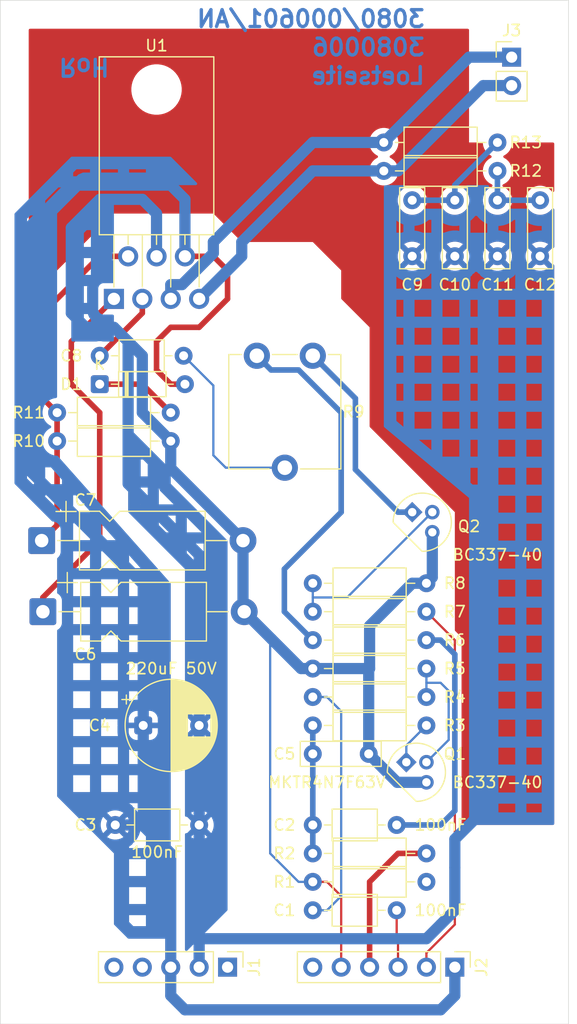
<source format=kicad_pcb>
(kicad_pcb (version 20241229) (generator "pcbnew") (generator_version "9.0")
  (layers (0 "F.Cu" signal) (2 "B.Cu" signal) (13 "F.Paste" user) (15 "B.Paste" user) (5 "F.SilkS" user "F.Silkscreen") (7 "B.SilkS" user "B.Silkscreen") (1 "F.Mask" user) (3 "B.Mask" user) (25 "Edge.Cuts" user))
  (net 0 "")
  (net 2 "GND")
  (net 3 "KNACK")
  (net 4 "ALARM")
  (net 5 "+12VA")
  (net 6 "+5VA")
  (net 7 "SOUND")
  (net 8 "Net-(C10-Pad1)")
  (net 9 "Net-(C11-Pad1)")
  (net 10 "Net-(J3-Pin_2)")
  (net 11 "Net-(J3-Pin_1)")
  (net 12 "Net-(C2-Pad2)")
  (net 13 "Net-(C1-Pad2)")
  (net 14 "Net-(C2-Pad1)")
  (net 15 "Net-(Q1-B)")
  (net 16 "Net-(Q1-C)")
  (net 17 "Net-(Q2-B)")
  (net 18 "Net-(C8-Pad1)")
  (net 19 "Net-(Q2-C)")
  (net 20 "Net-(R6-Pad2)")
  (net 24 "Net-(U1-INPUT)")
  (net 25 "Net-(U1-FEEDBACK)")
  (net 26 "Net-(U1-SVR_AND_STAND-BY)")
  (net 27 "Net-(D1-K)")
  (footprint "Capacitor_THT:C_Axial_L3.8mm_D2.6mm_P7.50mm_Horizontal" (layer "F.Cu") (at 114.18 100.33 180)
    (property "Reference" "C8" (at 10.04 0 0) (layer "F.SilkS"))
    (property "Value" "100nF")
    (pad "1" thru_hole circle (at 0 0 180) (size 1.6 1.6) (drill 0.8) (layers "*.Cu" "*.Mask") (net 18 "Net-(C8-Pad1)"))
    (pad "2" thru_hole circle (at 7.5 0 180) (size 1.6 1.6) (drill 0.8) (layers "*.Cu" "*.Mask") (net 24 "Net-(U1-INPUT)"))
  )
  (footprint "Resistor_THT:R_Axial_DIN0207_L6.3mm_D2.5mm_P10.16mm_Horizontal" (layer "F.Cu") (at 113.03 107.95 180)
    (property "Reference" "R10" (at 12.7 0 0) (layer "F.SilkS"))
    (property "Value" "47k")
    (pad "1" thru_hole circle (at 0 0 180) (size 1.6 1.6) (drill 0.8) (layers "*.Cu" "*.Mask") (net 2 "GND"))
    (pad "2" thru_hole circle (at 10.16 0 180) (size 1.6 1.6) (drill 0.8) (layers "*.Cu" "*.Mask") (net 26 "Net-(U1-SVR_AND_STAND-BY)"))
  )
  (footprint "Resistor_THT:R_Axial_DIN0207_L6.3mm_D2.5mm_P10.16mm_Horizontal" (layer "F.Cu") (at 135.89 120.65 180)
    (property "Reference" "R8" (at -2.54 0 0) (layer "F.SilkS"))
    (property "Value" "47k")
    (pad "1" thru_hole circle (at 0 0 180) (size 1.6 1.6) (drill 0.8) (layers "*.Cu" "*.Mask") (net 2 "GND"))
    (pad "2" thru_hole circle (at 10.16 0 180) (size 1.6 1.6) (drill 0.8) (layers "*.Cu" "*.Mask") (net 17 "Net-(Q2-B)"))
  )
  (footprint "Capacitor_THT:C_Axial_L3.8mm_D2.6mm_P7.50mm_Horizontal" (layer "F.Cu") (at 108.07 142.24)
    (property "Reference" "C3" (at -2.66 0 0) (layer "F.SilkS"))
    (property "Value" "100nF" (at 3.75 2.42 0) (layer "F.SilkS"))
    (pad "1" thru_hole circle (at 0 0) (size 1.6 1.6) (drill 0.8) (layers "*.Cu" "*.Mask") (net 5 "+12VA"))
    (pad "2" thru_hole circle (at 7.5 0) (size 1.6 1.6) (drill 0.8) (layers "*.Cu" "*.Mask") (net 2 "GND"))
  )
  (footprint "Resistor_THT:R_Axial_DIN0207_L6.3mm_D2.5mm_P10.16mm_Horizontal" (layer "F.Cu") (at 135.89 147.32 180)
    (property "Reference" "R1" (at 12.7 0 0) (layer "F.SilkS"))
    (property "Value" "470")
    (pad "1" thru_hole circle (at 0 0 180) (size 1.6 1.6) (drill 0.8) (layers "*.Cu" "*.Mask"))
    (pad "2" thru_hole circle (at 10.16 0 180) (size 1.6 1.6) (drill 0.8) (layers "*.Cu" "*.Mask") (net 2 "GND"))
  )
  (footprint "Capacitor_THT:C_Rect_L7.0mm_W2.0mm_P5.00mm" (layer "F.Cu") (at 142.24 86.44 -90)
    (property "Reference" "C11" (at 7.54 0 180) (layer "F.SilkS"))
    (property "Value" "MKTR100NF63V")
    (pad "1" thru_hole circle (at 0 0 270) (size 1.6 1.6) (drill 0.8) (layers "*.Cu" "*.Mask") (net 9 "Net-(C11-Pad1)"))
    (pad "2" thru_hole circle (at 5 0 270) (size 1.6 1.6) (drill 0.8) (layers "*.Cu" "*.Mask") (net 2 "GND"))
  )
  (footprint "Package_TO_SOT_THT:TO-220-7_P2.54x3.8mm_StaggerOdd_Lead5.85mm_TabDown" (layer "F.Cu") (at 107.95 95.25)
    (property "Reference" "U1" (at 3.81 -22.62 0) (layer "F.SilkS"))
    (property "Value" "~")
    (pad "" np_thru_hole oval (at 3.81 -18.7) (size 3.5 3.5) (drill 3.5) (layers "*.Cu" "*.Mask"))
    (pad "1" thru_hole rect (at 0 0) (size 1.8 1.8) (drill 1.1) (layers "*.Cu" "*.Mask") (net 25 "Net-(U1-FEEDBACK)"))
    (pad "2" thru_hole oval (at 1.27 -3.8) (size 1.8 1.8) (drill 1.1) (layers "*.Cu" "*.Mask") (net 26 "Net-(U1-SVR_AND_STAND-BY)"))
    (pad "3" thru_hole oval (at 2.54 0) (size 1.8 1.8) (drill 1.1) (layers "*.Cu" "*.Mask") (net 24 "Net-(U1-INPUT)"))
    (pad "4" thru_hole oval (at 3.81 -3.8) (size 1.8 1.8) (drill 1.1) (layers "*.Cu" "*.Mask") (net 2 "GND"))
    (pad "5" thru_hole oval (at 5.08 0) (size 1.8 1.8) (drill 1.1) (layers "*.Cu" "*.Mask") (net 11 "Net-(J3-Pin_1)"))
    (pad "6" thru_hole oval (at 6.35 -3.8) (size 1.8 1.8) (drill 1.1) (layers "*.Cu" "*.Mask") (net 5 "+12VA"))
    (pad "7" thru_hole oval (at 7.62 0) (size 1.8 1.8) (drill 1.1) (layers "*.Cu" "*.Mask") (net 10 "Net-(J3-Pin_2)"))
  )
  (footprint "Resistor_THT:R_Axial_DIN0207_L6.3mm_D2.5mm_P10.16mm_Horizontal" (layer "F.Cu") (at 113.03 105.41 180)
    (property "Reference" "R11" (at 12.7 0 0) (layer "F.SilkS"))
    (property "Value" "47k")
    (pad "1" thru_hole circle (at 0 0 180) (size 1.6 1.6) (drill 0.8) (layers "*.Cu" "*.Mask") (net 27 "Net-(D1-K)"))
    (pad "2" thru_hole circle (at 10.16 0 180) (size 1.6 1.6) (drill 0.8) (layers "*.Cu" "*.Mask") (net 26 "Net-(U1-SVR_AND_STAND-BY)"))
  )
  (footprint "Package_TO_SOT_THT:TO-92" (layer "F.Cu") (at 134.62 114.3 -45)
    (property "Reference" "Q2" (at 4.490128 -2.694077 0) (layer "F.SilkS"))
    (property "Value" "BC337-40" (at 8.082231 -2.694077 0) (layer "F.SilkS"))
    (pad "1" thru_hole rect (at 0 0 315) (size 1.3 1.3) (drill 0.75) (layers "*.Cu" "*.Mask") (net 19 "Net-(Q2-C)"))
    (pad "2" thru_hole circle (at 1.27 -1.27 315) (size 1.3 1.3) (drill 0.75) (layers "*.Cu" "*.Mask") (net 17 "Net-(Q2-B)"))
    (pad "3" thru_hole circle (at 2.54 0 315) (size 1.3 1.3) (drill 0.75) (layers "*.Cu" "*.Mask") (net 2 "GND"))
  )
  (footprint "Diode_THT:D_DO-35_SOD27_P7.62mm_Horizontal" (layer "F.Cu") (at 106.68 102.87)
    (property "Reference" "D1" (at -2.54 0 0) (layer "F.SilkS"))
    (property "Value" "1N4148")
    (fp_text user "K" (at 0 -1.8 0) (layer "F.SilkS"))
    (pad "1" thru_hole roundrect (at 0 0) (size 1.6 1.6) (drill 0.8) (layers "*.Cu" "*.Mask") (roundrect_rratio 0.15625) (net 27 "Net-(D1-K)"))
    (pad "2" thru_hole circle (at 7.62 0) (size 1.6 1.6) (drill 0.8) (layers "*.Cu" "*.Mask") (net 5 "+12VA"))
  )
  (footprint "Resistor_THT:R_Axial_DIN0207_L6.3mm_D2.5mm_P10.16mm_Horizontal" (layer "F.Cu") (at 132.08 81.28)
    (property "Reference" "R13" (at 12.7 0 0) (layer "F.SilkS"))
    (property "Value" "220")
    (pad "1" thru_hole circle (at 0 0) (size 1.6 1.6) (drill 0.8) (layers "*.Cu" "*.Mask") (net 11 "Net-(J3-Pin_1)"))
    (pad "2" thru_hole circle (at 10.16 0) (size 1.6 1.6) (drill 0.8) (layers "*.Cu" "*.Mask") (net 8 "Net-(C10-Pad1)"))
  )
  (footprint "MountingHole:MountingHole_4.3mm_M4" (layer "F.Cu") (at 123.19 93.98)
    (property "Reference" "H3" (hide yes))
    (property "Value" "MountingHole" (hide yes))
    (pad "" np_thru_hole circle (at 0 0) (size 4.3 4.3) (drill 4.3) (layers "*.Cu" "*.Mask"))
  )
  (footprint "Capacitor_THT:CP_Radial_D8.0mm_P5.00mm" (layer "F.Cu") (at 110.57 133.35)
    (property "Reference" "C4" (at -3.89 0 0) (layer "F.SilkS"))
    (property "Value" "220uF 50V" (at 2.5 -5.08 0) (layer "F.SilkS"))
    (pad "1" thru_hole roundrect (at 0 0) (size 1.6 1.6) (drill 0.8) (layers "*.Cu" "*.Mask") (roundrect_rratio 0.15625) (net 5 "+12VA"))
    (pad "2" thru_hole circle (at 5 0) (size 1.6 1.6) (drill 0.8) (layers "*.Cu" "*.Mask") (net 2 "GND"))
  )
  (footprint "Resistor_THT:R_Axial_DIN0207_L6.3mm_D2.5mm_P10.16mm_Horizontal" (layer "F.Cu") (at 135.89 133.35 180)
    (property "Reference" "R3" (at -2.54 0 0) (layer "F.SilkS"))
    (property "Value" "47k")
    (pad "1" thru_hole circle (at 0 0 180) (size 1.6 1.6) (drill 0.8) (layers "*.Cu" "*.Mask") (net 16 "Net-(Q1-C)"))
    (pad "2" thru_hole circle (at 10.16 0 180) (size 1.6 1.6) (drill 0.8) (layers "*.Cu" "*.Mask") (net 12 "Net-(C2-Pad2)"))
  )
  (footprint "Capacitor_THT:C_Axial_L3.8mm_D2.6mm_P7.50mm_Horizontal" (layer "F.Cu") (at 133.23 149.86 180)
    (property "Reference" "C1" (at 10.04 0 0) (layer "F.SilkS"))
    (property "Value" "100nF" (at -3.93 0 0) (layer "F.SilkS"))
    (pad "1" thru_hole circle (at 0 0 180) (size 1.6 1.6) (drill 0.8) (layers "*.Cu" "*.Mask") (net 3 "KNACK"))
    (pad "2" thru_hole circle (at 7.5 0 180) (size 1.6 1.6) (drill 0.8) (layers "*.Cu" "*.Mask") (net 13 "Net-(C1-Pad2)"))
  )
  (footprint "Capacitor_THT:CP_Axial_L11.0mm_D5.0mm_P18.00mm_Horizontal" (layer "F.Cu") (at 101.6 123.19)
    (property "Reference" "C6" (at 3.81 3.81 0) (layer "F.SilkS"))
    (property "Value" "C_Polarized")
    (pad "1" thru_hole roundrect (at 0 0) (size 2.4 2.4) (drill 1.2) (layers "*.Cu" "*.Mask") (roundrect_rratio 0.104167) (net 25 "Net-(U1-FEEDBACK)"))
    (pad "2" thru_hole circle (at 18 0) (size 2.4 2.4) (drill 1.2) (layers "*.Cu" "*.Mask") (net 2 "GND"))
  )
  (footprint "Capacitor_THT:C_Axial_L3.8mm_D2.6mm_P7.50mm_Horizontal" (layer "F.Cu") (at 133.23 142.24 180)
    (property "Reference" "C2" (at 10.04 0 0) (layer "F.SilkS"))
    (property "Value" "100nF" (at -3.93 0 0) (layer "F.SilkS"))
    (pad "1" thru_hole circle (at 0 0 180) (size 1.6 1.6) (drill 0.8) (layers "*.Cu" "*.Mask") (net 14 "Net-(C2-Pad1)"))
    (pad "2" thru_hole circle (at 7.5 0 180) (size 1.6 1.6) (drill 0.8) (layers "*.Cu" "*.Mask") (net 12 "Net-(C2-Pad2)"))
  )
  (footprint "Resistor_THT:R_Axial_DIN0207_L6.3mm_D2.5mm_P10.16mm_Horizontal" (layer "F.Cu") (at 135.89 144.78 180)
    (property "Reference" "R2" (at 12.7 0 0) (layer "F.SilkS"))
    (property "Value" "10k")
    (pad "1" thru_hole circle (at 0 0 180) (size 1.6 1.6) (drill 0.8) (layers "*.Cu" "*.Mask") (net 7 "SOUND"))
    (pad "2" thru_hole circle (at 10.16 0 180) (size 1.6 1.6) (drill 0.8) (layers "*.Cu" "*.Mask") (net 12 "Net-(C2-Pad2)"))
  )
  (footprint "Potentiometer_THT:Potentiometer_ACP_CA9-V10_Vertical" (layer "F.Cu") (at 120.73 100.33 -90)
    (property "Reference" "R9" (at 5 -8.65 180) (layer "F.SilkS"))
    (property "Value" "R_Potentiometer")
    (pad "1" thru_hole circle (at 0 0 270) (size 2.34 2.34) (drill 1.3) (layers "*.Cu" "*.Mask") (net 20 "Net-(R6-Pad2)"))
    (pad "2" thru_hole circle (at 10 -2.5 270) (size 2.34 2.34) (drill 1.3) (layers "*.Cu" "*.Mask") (net 18 "Net-(C8-Pad1)"))
    (pad "3" thru_hole circle (at 0 -5 270) (size 2.34 2.34) (drill 1.3) (layers "*.Cu" "*.Mask") (net 19 "Net-(Q2-C)"))
  )
  (footprint "Capacitor_THT:C_Rect_L7.0mm_W2.0mm_P5.00mm" (layer "F.Cu") (at 125.73 135.89)
    (property "Reference" "C5" (at -2.54 0 0) (layer "F.SilkS"))
    (property "Value" "MKTR4N7F63V" (at 1.27 2.54 0) (layer "F.SilkS"))
    (pad "1" thru_hole circle (at 0 0) (size 1.6 1.6) (drill 0.8) (layers "*.Cu" "*.Mask") (net 12 "Net-(C2-Pad2)"))
    (pad "2" thru_hole circle (at 5 0) (size 1.6 1.6) (drill 0.8) (layers "*.Cu" "*.Mask") (net 2 "GND"))
  )
  (footprint "Package_TO_SOT_THT:TO-92" (layer "F.Cu") (at 134.093949 136.633949 -45)
    (property "Reference" "Q1" (at 2.54 -3.592102 0) (layer "F.SilkS"))
    (property "Value" "BC337-40" (at 7.030128 -4.490128 0) (layer "F.SilkS"))
    (pad "1" thru_hole rect (at 0 0 315) (size 1.3 1.3) (drill 0.75) (layers "*.Cu" "*.Mask") (net 16 "Net-(Q1-C)"))
    (pad "2" thru_hole circle (at 1.27 -1.27 315) (size 1.3 1.3) (drill 0.75) (layers "*.Cu" "*.Mask") (net 15 "Net-(Q1-B)"))
    (pad "3" thru_hole circle (at 2.54 0 315) (size 1.3 1.3) (drill 0.75) (layers "*.Cu" "*.Mask") (net 2 "GND"))
  )
  (footprint "Resistor_THT:R_Axial_DIN0207_L6.3mm_D2.5mm_P10.16mm_Horizontal" (layer "F.Cu") (at 135.89 130.81 180)
    (property "Reference" "R4" (at -2.54 0 0) (layer "F.SilkS"))
    (property "Value" "470")
    (pad "1" thru_hole circle (at 0 0 180) (size 1.6 1.6) (drill 0.8) (layers "*.Cu" "*.Mask") (net 15 "Net-(Q1-B)"))
    (pad "2" thru_hole circle (at 10.16 0 180) (size 1.6 1.6) (drill 0.8) (layers "*.Cu" "*.Mask") (net 13 "Net-(C1-Pad2)"))
  )
  (footprint "Connector_PinHeader_2.54mm:PinHeader_1x06_P2.54mm_Vertical" (layer "F.Cu") (at 138.43 154.94 -90)
    (property "Reference" "J2" (at 0 -2.38 270) (layer "F.SilkS"))
    (property "Value" "NF In")
    (pad "1" thru_hole rect (at 0 0 270) (size 1.7 1.7) (drill 1) (layers "*.Cu" "*.Mask") (net 5 "+12VA"))
    (pad "2" thru_hole circle (at 0 2.54 270) (size 1.7 1.7) (drill 1) (layers "*.Cu" "*.Mask") (net 4 "ALARM"))
    (pad "3" thru_hole circle (at 0 5.08 270) (size 1.7 1.7) (drill 1) (layers "*.Cu" "*.Mask") (net 3 "KNACK"))
    (pad "4" thru_hole circle (at 0 7.62 270) (size 1.7 1.7) (drill 1) (layers "*.Cu" "*.Mask") (net 7 "SOUND"))
    (pad "5" thru_hole circle (at 0 10.16 270) (size 1.7 1.7) (drill 1) (layers "*.Cu" "*.Mask") (net 2 "GND"))
    (pad "6" thru_hole circle (at 0 12.7 270) (size 1.7 1.7) (drill 1) (layers "*.Cu" "*.Mask") (net 6 "+5VA"))
  )
  (footprint "Capacitor_THT:CP_Axial_L11.0mm_D5.0mm_P18.00mm_Horizontal" (layer "F.Cu") (at 101.49 116.84)
    (property "Reference" "C7" (at 3.92 -3.62 0) (layer "F.SilkS"))
    (property "Value" "C_Polarized")
    (pad "1" thru_hole roundrect (at 0 0) (size 2.4 2.4) (drill 1.2) (layers "*.Cu" "*.Mask") (roundrect_rratio 0.104167) (net 26 "Net-(U1-SVR_AND_STAND-BY)"))
    (pad "2" thru_hole circle (at 18 0) (size 2.4 2.4) (drill 1.2) (layers "*.Cu" "*.Mask") (net 2 "GND"))
  )
  (footprint "Capacitor_THT:C_Rect_L7.0mm_W2.0mm_P5.00mm" (layer "F.Cu") (at 138.43 86.44 -90)
    (property "Reference" "C10" (at 7.54 0 180) (layer "F.SilkS"))
    (property "Value" "MKTR100NF63V")
    (pad "1" thru_hole circle (at 0 0 270) (size 1.6 1.6) (drill 0.8) (layers "*.Cu" "*.Mask") (net 8 "Net-(C10-Pad1)"))
    (pad "2" thru_hole circle (at 5 0 270) (size 1.6 1.6) (drill 0.8) (layers "*.Cu" "*.Mask") (net 2 "GND"))
  )
  (footprint "Connector_PinHeader_2.54mm:PinHeader_1x02_P2.54mm_Vertical" (layer "F.Cu") (at 143.51 73.66)
    (property "Reference" "J3" (at 0 -2.38 0) (layer "F.SilkS"))
    (property "Value" "Lautsprecher")
    (pad "1" thru_hole rect (at 0 0) (size 1.7 1.7) (drill 1) (layers "*.Cu" "*.Mask") (net 11 "Net-(J3-Pin_1)"))
    (pad "2" thru_hole circle (at 0 2.54) (size 1.7 1.7) (drill 1) (layers "*.Cu" "*.Mask") (net 10 "Net-(J3-Pin_2)"))
  )
  (footprint "Resistor_THT:R_Axial_DIN0207_L6.3mm_D2.5mm_P10.16mm_Horizontal" (layer "F.Cu") (at 135.89 125.73 180)
    (property "Reference" "R6" (at -2.54 0 0) (layer "F.SilkS"))
    (property "Value" "27k")
    (pad "1" thru_hole circle (at 0 0 180) (size 1.6 1.6) (drill 0.8) (layers "*.Cu" "*.Mask") (net 14 "Net-(C2-Pad1)"))
    (pad "2" thru_hole circle (at 10.16 0 180) (size 1.6 1.6) (drill 0.8) (layers "*.Cu" "*.Mask") (net 20 "Net-(R6-Pad2)"))
  )
  (footprint "Resistor_THT:R_Axial_DIN0207_L6.3mm_D2.5mm_P10.16mm_Horizontal" (layer "F.Cu") (at 132.08 83.82)
    (property "Reference" "R12" (at 12.7 0 0) (layer "F.SilkS"))
    (property "Value" "220")
    (pad "1" thru_hole circle (at 0 0) (size 1.6 1.6) (drill 0.8) (layers "*.Cu" "*.Mask") (net 10 "Net-(J3-Pin_2)"))
    (pad "2" thru_hole circle (at 10.16 0) (size 1.6 1.6) (drill 0.8) (layers "*.Cu" "*.Mask") (net 9 "Net-(C11-Pad1)"))
  )
  (footprint "Resistor_THT:R_Axial_DIN0207_L6.3mm_D2.5mm_P10.16mm_Horizontal" (layer "F.Cu") (at 135.89 128.27 180)
    (property "Reference" "R5" (at -2.54 0 0) (layer "F.SilkS"))
    (property "Value" "470")
    (pad "1" thru_hole circle (at 0 0 180) (size 1.6 1.6) (drill 0.8) (layers "*.Cu" "*.Mask") (net 15 "Net-(Q1-B)"))
    (pad "2" thru_hole circle (at 10.16 0 180) (size 1.6 1.6) (drill 0.8) (layers "*.Cu" "*.Mask") (net 2 "GND"))
  )
  (footprint "Capacitor_THT:C_Rect_L7.0mm_W2.0mm_P5.00mm" (layer "F.Cu") (at 134.62 86.44 -90)
    (property "Reference" "C9" (at 7.54 0 180) (layer "F.SilkS"))
    (property "Value" "MKTR100NF63V")
    (pad "1" thru_hole circle (at 0 0 270) (size 1.6 1.6) (drill 0.8) (layers "*.Cu" "*.Mask") (net 8 "Net-(C10-Pad1)"))
    (pad "2" thru_hole circle (at 5 0 270) (size 1.6 1.6) (drill 0.8) (layers "*.Cu" "*.Mask") (net 2 "GND"))
  )
  (footprint "MountingHole:MountingHole_4.3mm_M4" (layer "F.Cu") (at 102.87 147.33)
    (property "Reference" "H2" (hide yes))
    (property "Value" "MountingHole" (hide yes))
    (pad "" np_thru_hole circle (at 0 0) (size 4.3 4.3) (drill 4.3) (layers "*.Cu" "*.Mask"))
  )
  (footprint "Resistor_THT:R_Axial_DIN0207_L6.3mm_D2.5mm_P10.16mm_Horizontal" (layer "F.Cu") (at 135.89 123.19 180)
    (property "Reference" "R7" (at -2.54 0 0) (layer "F.SilkS"))
    (property "Value" "47k")
    (pad "1" thru_hole circle (at 0 0 180) (size 1.6 1.6) (drill 0.8) (layers "*.Cu" "*.Mask") (net 4 "ALARM"))
    (pad "2" thru_hole circle (at 10.16 0 180) (size 1.6 1.6) (drill 0.8) (layers "*.Cu" "*.Mask") (net 17 "Net-(Q2-B)"))
  )
  (footprint "Connector_PinHeader_2.54mm:PinHeader_1x05_P2.54mm_Vertical" (layer "F.Cu") (at 118.11 154.94 -90)
    (property "Reference" "J1" (at 0 -2.38 270) (layer "F.SilkS"))
    (property "Value" "Power In")
    (pad "1" thru_hole rect (at 0 0 270) (size 1.7 1.7) (drill 1) (layers "*.Cu" "*.Mask"))
    (pad "2" thru_hole circle (at 0 2.54 270) (size 1.7 1.7) (drill 1) (layers "*.Cu" "*.Mask") (net 2 "GND"))
    (pad "3" thru_hole circle (at 0 5.08 270) (size 1.7 1.7) (drill 1) (layers "*.Cu" "*.Mask") (net 5 "+12VA"))
    (pad "4" thru_hole circle (at 0 7.62 270) (size 1.7 1.7) (drill 1) (layers "*.Cu" "*.Mask"))
    (pad "5" thru_hole circle (at 0 10.16 270) (size 1.7 1.7) (drill 1) (layers "*.Cu" "*.Mask"))
  )
  (footprint "MountingHole:MountingHole_4.3mm_M4" (layer "F.Cu") (at 144.78 147.32)
    (property "Reference" "H1" (hide yes))
    (property "Value" "MountingHole" (hide yes))
    (pad "" np_thru_hole circle (at 0 0) (size 4.3 4.3) (drill 4.3) (layers "*.Cu" "*.Mask"))
  )
  (footprint "Capacitor_THT:C_Rect_L7.0mm_W2.0mm_P5.00mm" (layer "F.Cu") (at 146.05 86.44 -90)
    (property "Reference" "C12" (at 7.54 0 180) (layer "F.SilkS"))
    (property "Value" "MKTR100NF63V")
    (pad "1" thru_hole circle (at 0 0 270) (size 1.6 1.6) (drill 0.8) (layers "*.Cu" "*.Mask") (net 9 "Net-(C11-Pad1)"))
    (pad "2" thru_hole circle (at 5 0 270) (size 1.6 1.6) (drill 0.8) (layers "*.Cu" "*.Mask") (net 2 "GND"))
  )
  (gr_rect (start 97.79 68.58) (end 148.59 160.02) (stroke (width 0.05)) (fill no) (layer "Edge.Cuts"))
  (gr_text "3080/000601/AN" (at 135.89 71.12 0) (layer "B.Cu") (effects (font (size 1.5 1.5) (thickness 0.3) (bold yes)) (justify left bottom mirror)))
  (gr_text "3080006" (at 135.89 73.66 0) (layer "B.Cu") (effects (font (size 1.5 1.5) (thickness 0.3) (bold yes)) (justify left bottom mirror)))
  (gr_text "Loetseite" (at 135.89 76.2 0) (layer "B.Cu") (effects (font (size 1.5 1.5) (thickness 0.3) (bold yes)) (justify left bottom mirror)))
  (gr_text "RoH" (at 102.87 73.66 180) (layer "B.Cu") (effects (font (size 1.5 1.5) (thickness 0.3) (bold yes)) (justify left bottom mirror)))
  (segment (start 128.27 148.59) (end 127 147.32) (width 0.2) (layer "F.Cu") (net 2))
  (segment (start 128.27 154.94) (end 128.27 148.59) (width 0.2) (layer "F.Cu") (net 2))
  (segment (start 127 147.32) (end 125.73 147.32) (width 0.2) (layer "F.Cu") (net 2))
  (segment (start 130.81 128.27) (end 130.73 128.35) (width 1) (layer "B.Cu") (net 2))
  (segment (start 113.03 107.95) (end 110.49 105.41) (width 1) (layer "B.Cu") (net 2))
  (segment (start 130.73 128.35) (end 130.73 135.89) (width 1) (layer "B.Cu") (net 2))
  (segment (start 115.57 154.94) (end 115.57 152.4) (width 1) (layer "B.Cu") (net 2))
  (segment (start 105.41 97.79) (end 107.95 97.79) (width 1) (layer "B.Cu") (net 2))
  (segment (start 124.68 128.27) (end 122.03 125.62) (width 1) (layer "B.Cu") (net 2))
  (segment (start 130.81 128.27) (end 130.81 124.46) (width 1) (layer "B.Cu") (net 2))
  (segment (start 119.49 116.84) (end 119.49 123.08) (width 1) (layer "B.Cu") (net 2))
  (segment (start 113.03 107.95) (end 113.03 110.38) (width 1) (layer "B.Cu") (net 2))
  (segment (start 122.03 125.62) (end 119.6 123.19) (width 1) (layer "B.Cu") (net 2))
  (segment (start 125.73 128.27) (end 124.68 128.27) (width 1) (layer "B.Cu") (net 2))
  (segment (start 136.416051 116.096051) (end 136.416051 120.123949) (width 1) (layer "B.Cu") (net 2))
  (segment (start 111.76 91.45) (end 111.76 87.63) (width 1) (layer "B.Cu") (net 2))
  (segment (start 135.89 152.4) (end 137.16 151.13) (width 1) (layer "B.Cu") (net 2))
  (segment (start 124.46 147.32) (end 121.92 144.78) (width 0.2) (layer "B.Cu") (net 2))
  (segment (start 121.92 144.78) (end 121.92 125.73) (width 0.2) (layer "B.Cu") (net 2))
  (segment (start 137.16 151.13) (end 138.43 149.86) (width 1) (layer "B.Cu") (net 2))
  (segment (start 110.49 86.36) (end 106.68 86.36) (width 1) (layer "B.Cu") (net 2))
  (segment (start 134.62 120.65) (end 135.89 120.65) (width 1) (layer "B.Cu") (net 2))
  (segment (start 111.76 87.63) (end 110.49 86.36) (width 1) (layer "B.Cu") (net 2))
  (segment (start 115.57 152.4) (end 135.89 152.4) (width 1) (layer "B.Cu") (net 2))
  (segment (start 110.49 100.33) (end 109.22 99.06) (width 1) (layer "B.Cu") (net 2))
  (segment (start 115.57 124.46) (end 115.57 118.11) (width 1) (layer "B.Cu") (net 2))
  (segment (start 138.43 146.05) (end 138.43 143.51) (width 1) (layer "B.Cu") (net 2))
  (segment (start 113.03 110.38) (end 119.49 116.84) (width 1) (layer "B.Cu") (net 2))
  (segment (start 125.73 147.32) (end 124.46 147.32) (width 0.2) (layer "B.Cu") (net 2))
  (segment (start 138.43 149.86) (end 138.43 146.05) (width 1) (layer "B.Cu") (net 2))
  (segment (start 140.97 140.97) (end 140.97 93.98) (width 1) (layer "B.Cu") (net 2))
  (segment (start 115.57 118.11) (end 114.3 116.84) (width 1) (layer "B.Cu") (net 2))
  (segment (start 121.92 125.73) (end 122.03 125.62) (width 0.2) (layer "B.Cu") (net 2))
  (segment (start 125.73 128.27) (end 130.81 128.27) (width 1) (layer "B.Cu") (net 2))
  (segment (start 106.68 86.36) (end 104.14 88.9) (width 1) (layer "B.Cu") (net 2))
  (segment (start 104.14 96.52) (end 105.41 97.79) (width 1) (layer "B.Cu") (net 2))
  (segment (start 138.43 143.51) (end 140.97 140.97) (width 1) (layer "B.Cu") (net 2))
  (segment (start 114.3 116.84) (end 109.22 111.76) (width 1) (layer "B.Cu") (net 2))
  (segment (start 107.95 97.79) (end 109.22 99.06) (width 1) (layer "B.Cu") (net 2))
  (segment (start 130.73 135.89) (end 133.27 138.43) (width 1) (layer "B.Cu") (net 2))
  (segment (start 133.27 138.43) (end 135.89 138.43) (width 1) (layer "B.Cu") (net 2))
  (segment (start 104.14 88.9) (end 104.14 96.52) (width 1) (layer "B.Cu") (net 2))
  (segment (start 115.57 152.4) (end 115.57 124.46) (width 1) (layer "B.Cu") (net 2))
  (segment (start 119.49 123.08) (end 119.6 123.19) (width 1) (layer "B.Cu") (net 2))
  (segment (start 130.81 124.46) (end 134.62 120.65) (width 1) (layer "B.Cu") (net 2))
  (segment (start 110.49 105.41) (end 110.49 100.33) (width 1) (layer "B.Cu") (net 2))
  (segment (start 109.22 111.76) (end 109.22 102.87) (width 1) (layer "B.Cu") (net 2))
  (segment (start 109.22 102.87) (end 109.22 99.06) (width 1) (layer "B.Cu") (net 2))
  (segment (start 136.416051 120.123949) (end 135.89 120.65) (width 1) (layer "B.Cu") (net 2))
  (segment (start 133.35 154.94) (end 133.35 152.4) (width 0.2) (layer "F.Cu") (net 3))
  (segment (start 133.23 152.28) (end 133.35 152.4) (width 0.2) (layer "F.Cu") (net 3))
  (segment (start 133.23 149.86) (end 133.23 152.28) (width 0.2) (layer "F.Cu") (net 3))
  (segment (start 138.43 125.73) (end 135.89 123.19) (width 0.2) (layer "F.Cu") (net 4))
  (segment (start 135.89 153.67) (end 138.43 151.13) (width 0.2) (layer "F.Cu") (net 4))
  (segment (start 135.89 154.94) (end 135.89 153.67) (width 0.2) (layer "F.Cu") (net 4))
  (segment (start 138.43 151.13) (end 138.43 125.73) (width 0.2) (layer "F.Cu") (net 4))
  (segment (start 113.03 97.79) (end 115.57 97.79) (width 0.5) (layer "F.Cu") (net 5))
  (segment (start 111.76 99.06) (end 113.03 97.79) (width 0.5) (layer "F.Cu") (net 5))
  (segment (start 111.76 101.6) (end 111.76 99.06) (width 0.5) (layer "F.Cu") (net 5))
  (segment (start 116.85 91.45) (end 114.3 91.45) (width 0.5) (layer "F.Cu") (net 5))
  (segment (start 115.57 97.79) (end 118.11 95.25) (width 0.5) (layer "F.Cu") (net 5))
  (segment (start 114.3 102.87) (end 113.03 102.87) (width 0.5) (layer "F.Cu") (net 5))
  (segment (start 118.11 92.71) (end 116.85 91.45) (width 0.5) (layer "F.Cu") (net 5))
  (segment (start 113.03 102.87) (end 111.76 101.6) (width 0.5) (layer "F.Cu") (net 5))
  (segment (start 118.11 95.25) (end 118.11 92.71) (width 0.5) (layer "F.Cu") (net 5))
  (segment (start 110.57 142.16) (end 110.57 133.35) (width 1) (layer "B.Cu") (net 5))
  (segment (start 114.3 158.75) (end 137.16 158.75) (width 1) (layer "B.Cu") (net 5))
  (segment (start 100.33 88.9) (end 100.33 110.49) (width 1) (layer "B.Cu") (net 5))
  (segment (start 113.03 157.48) (end 114.3 158.75) (width 1) (layer "B.Cu") (net 5))
  (segment (start 113.03 154.94) (end 113.03 144.78) (width 1) (layer "B.Cu") (net 5))
  (segment (start 110.57 120.73) (end 110.57 133.35) (width 1) (layer "B.Cu") (net 5))
  (segment (start 100.33 110.49) (end 110.57 120.73) (width 1) (layer "B.Cu") (net 5))
  (segment (start 108.07 142.24) (end 110.49 142.24) (width 1) (layer "B.Cu") (net 5))
  (segment (start 138.43 157.48) (end 138.43 154.94) (width 1) (layer "B.Cu") (net 5))
  (segment (start 104.14 85.09) (end 100.33 88.9) (width 1) (layer "B.Cu") (net 5))
  (segment (start 113.03 144.78) (end 110.49 142.24) (width 1) (layer "B.Cu") (net 5))
  (segment (start 114.3 91.45) (end 114.3 86.36) (width 1) (layer "B.Cu") (net 5))
  (segment (start 110.49 142.24) (end 110.57 142.16) (width 1) (layer "B.Cu") (net 5))
  (segment (start 114.3 86.36) (end 113.03 85.09) (width 1) (layer "B.Cu") (net 5))
  (segment (start 113.03 85.09) (end 104.14 85.09) (width 1) (layer "B.Cu") (net 5))
  (segment (start 113.03 154.94) (end 113.03 157.48) (width 1) (layer "B.Cu") (net 5))
  (segment (start 137.16 158.75) (end 138.43 157.48) (width 1) (layer "B.Cu") (net 5))
  (segment (start 130.81 154.94) (end 130.81 147.32) (width 0.5) (layer "F.Cu") (net 7))
  (segment (start 135.89 144.78) (end 133.35 144.78) (width 0.5) (layer "F.Cu") (net 7))
  (segment (start 130.81 147.32) (end 133.35 144.78) (width 0.5) (layer "F.Cu") (net 7))
  (segment (start 134.62 86.44) (end 138.43 86.44) (width 0.5) (layer "B.Cu") (net 8))
  (segment (start 138.43 86.44) (end 138.43 85.09) (width 0.5) (layer "B.Cu") (net 8))
  (segment (start 138.43 85.09) (end 142.24 81.28) (width 0.5) (layer "B.Cu") (net 8))
  (segment (start 142.24 83.82) (end 142.24 86.44) (width 0.5) (layer "B.Cu") (net 9))
  (segment (start 142.24 86.44) (end 146.05 86.44) (width 0.5) (layer "B.Cu") (net 9))
  (segment (start 115.57 95.25) (end 119.38 91.44) (width 1) (layer "B.Cu") (net 10))
  (segment (start 119.38 90.17) (end 125.73 83.82) (width 1) (layer "B.Cu") (net 10))
  (segment (start 133.35 83.82) (end 140.97 76.2) (width 1) (layer "B.Cu") (net 10))
  (segment (start 132.08 83.82) (end 133.35 83.82) (width 1) (layer "B.Cu") (net 10))
  (segment (start 119.38 91.44) (end 119.38 90.17) (width 1) (layer "B.Cu") (net 10))
  (segment (start 140.97 76.2) (end 143.51 76.2) (width 1) (layer "B.Cu") (net 10))
  (segment (start 125.73 83.82) (end 132.08 83.82) (width 1) (layer "B.Cu") (net 10))
  (segment (start 114.034156 93.98) (end 116.84 91.174156) (width 1) (layer "B.Cu") (net 11))
  (segment (start 113.03 95.25) (end 113.03 93.98) (width 1) (layer "B.Cu") (net 11))
  (segment (start 125.73 81.28) (end 132.08 81.28) (width 1) (layer "B.Cu") (net 11))
  (segment (start 116.84 91.174156) (end 116.84 90.17) (width 1) (layer "B.Cu") (net 11))
  (segment (start 143.51 73.66) (end 139.7 73.66) (width 1) (layer "B.Cu") (net 11))
  (segment (start 139.7 73.66) (end 132.08 81.28) (width 1) (layer "B.Cu") (net 11))
  (segment (start 113.03 93.98) (end 114.034156 93.98) (width 1) (layer "B.Cu") (net 11))
  (segment (start 116.84 90.17) (end 125.73 81.28) (width 1) (layer "B.Cu") (net 11))
  (segment (start 125.73 144.78) (end 125.73 142.24) (width 0.5) (layer "B.Cu") (net 12))
  (segment (start 125.73 142.24) (end 125.73 135.89) (width 0.5) (layer "B.Cu") (net 12))
  (segment (start 125.73 133.35) (end 125.73 135.89) (width 0.5) (layer "B.Cu") (net 12))
  (segment (start 127 130.81) (end 125.73 130.81) (width 0.2) (layer "B.Cu") (net 13))
  (segment (start 125.73 149.86) (end 127 149.86) (width 0.2) (layer "B.Cu") (net 13))
  (segment (start 128.27 148.59) (end 128.27 132.08) (width 0.2) (layer "B.Cu") (net 13))
  (segment (start 128.27 132.08) (end 127 130.81) (width 0.2) (layer "B.Cu") (net 13))
  (segment (start 127 149.86) (end 128.27 148.59) (width 0.2) (layer "B.Cu") (net 13))
  (segment (start 138.43 127) (end 138.43 140.97) (width 0.5) (layer "B.Cu") (net 14))
  (segment (start 138.43 140.97) (end 137.16 142.24) (width 0.5) (layer "B.Cu") (net 14))
  (segment (start 135.89 125.73) (end 137.16 125.73) (width 0.5) (layer "B.Cu") (net 14))
  (segment (start 137.16 125.73) (end 138.43 127) (width 0.5) (layer "B.Cu") (net 14))
  (segment (start 133.23 142.24) (end 137.16 142.24) (width 0.5) (layer "B.Cu") (net 14))
  (segment (start 137.16 129.54) (end 135.89 129.54) (width 0.2) (layer "B.Cu") (net 15))
  (segment (start 135.89 128.27) (end 135.89 129.54) (width 0.2) (layer "B.Cu") (net 15))
  (segment (start 137.879 130.259) (end 137.16 129.54) (width 0.2) (layer "B.Cu") (net 15))
  (segment (start 137.879 134.644949) (end 137.879 130.259) (width 0.2) (layer "B.Cu") (net 15))
  (segment (start 135.89 136.633949) (end 137.879 134.644949) (width 0.2) (layer "B.Cu") (net 15))
  (segment (start 135.89 129.54) (end 135.89 130.81) (width 0.2) (layer "B.Cu") (net 15))
  (segment (start 134.093949 136.633949) (end 134.093949 135.146051) (width 0.2) (layer "B.Cu") (net 16))
  (segment (start 134.093949 135.146051) (end 135.89 133.35) (width 0.2) (layer "B.Cu") (net 16))
  (segment (start 128.796051 121.92) (end 125.73 121.92) (width 0.2) (layer "B.Cu") (net 17))
  (segment (start 125.73 121.92) (end 125.73 120.65) (width 0.2) (layer "B.Cu") (net 17))
  (segment (start 136.416051 114.3) (end 128.796051 121.92) (width 0.2) (layer "B.Cu") (net 17))
  (segment (start 125.73 123.19) (end 125.73 121.92) (width 0.2) (layer "B.Cu") (net 17))
  (segment (start 117.95 110.33) (end 123.23 110.33) (width 0.2) (layer "B.Cu") (net 18))
  (segment (start 116.84 102.99) (end 116.84 109.22) (width 0.2) (layer "B.Cu") (net 18))
  (segment (start 116.84 109.22) (end 117.95 110.33) (width 0.2) (layer "B.Cu") (net 18))
  (segment (start 114.18 100.33) (end 116.84 102.99) (width 0.2) (layer "B.Cu") (net 18))
  (segment (start 134.62 114.3) (end 133.35 114.3) (width 0.5) (layer "B.Cu") (net 19))
  (segment (start 133.35 114.3) (end 129.54 110.49) (width 0.5) (layer "B.Cu") (net 19))
  (segment (start 129.54 110.49) (end 129.54 104.14) (width 0.5) (layer "B.Cu") (net 19))
  (segment (start 129.54 104.14) (end 125.73 100.33) (width 0.5) (layer "B.Cu") (net 19))
  (segment (start 125.73 125.73) (end 123.19 123.19) (width 0.5) (layer "B.Cu") (net 20))
  (segment (start 123.19 119.38) (end 128.27 114.3) (width 0.5) (layer "B.Cu") (net 20))
  (segment (start 124.46 101.6) (end 122 101.6) (width 0.5) (layer "B.Cu") (net 20))
  (segment (start 128.27 114.3) (end 128.27 105.41) (width 0.5) (layer "B.Cu") (net 20))
  (segment (start 123.19 123.19) (end 123.19 119.38) (width 0.5) (layer "B.Cu") (net 20))
  (segment (start 128.27 105.41) (end 124.46 101.6) (width 0.5) (layer "B.Cu") (net 20))
  (segment (start 122 101.6) (end 120.73 100.33) (width 0.5) (layer "B.Cu") (net 20))
  (segment (start 110.49 96.52) (end 110.49 95.25) (width 0.5) (layer "F.Cu") (net 24))
  (segment (start 106.68 100.33) (end 110.49 96.52) (width 0.5) (layer "F.Cu") (net 24))
  (segment (start 104.14 99.06) (end 107.95 95.25) (width 0.5) (layer "F.Cu") (net 25))
  (segment (start 104.14 102.87) (end 104.14 99.06) (width 0.5) (layer "F.Cu") (net 25))
  (segment (start 101.6 121.92) (end 106.68 116.84) (width 0.5) (layer "F.Cu") (net 25))
  (segment (start 106.68 105.41) (end 104.14 102.87) (width 0.5) (layer "F.Cu") (net 25))
  (segment (start 106.68 116.84) (end 106.68 105.41) (width 0.5) (layer "F.Cu") (net 25))
  (segment (start 101.6 123.19) (end 101.6 121.92) (width 0.5) (layer "F.Cu") (net 25))
  (segment (start 102.87 105.41) (end 101.6 104.14) (width 0.5) (layer "F.Cu") (net 26))
  (segment (start 101.6 104.14) (end 101.6 96.52) (width 0.5) (layer "F.Cu") (net 26))
  (segment (start 106.67 91.45) (end 109.22 91.45) (width 0.5) (layer "F.Cu") (net 26))
  (segment (start 102.87 115.46) (end 101.49 116.84) (width 0.5) (layer "F.Cu") (net 26))
  (segment (start 101.6 96.52) (end 106.67 91.45) (width 0.5) (layer "F.Cu") (net 26))
  (segment (start 102.87 105.41) (end 102.87 115.46) (width 0.5) (layer "F.Cu") (net 26))
  (segment (start 106.68 102.87) (end 110.49 102.87) (width 0.5) (layer "F.Cu") (net 27))
  (segment (start 110.49 102.87) (end 113.03 105.41) (width 0.5) (layer "F.Cu") (net 27))
  (zone (net 2) (net_name "GND") (layer "F.Cu") (priority 2) (connect_pads (clearance 0.5)) (min_thickness 0.25) (fill yes (thermal_gap 0.5) (thermal_bridge_width 0.5))
    (polygon (pts (xy 100.33 93.98) (xy 100.33 71.12) (xy 139.7 71.12) (xy 139.7 81.28) (xy 147.32 81.28) (xy 147.32 142.24) (xy 138.43 142.24) (xy 138.43 114.3) (xy 130.81 106.68) (xy 130.81 97.79) (xy 128.27 95.25) (xy 128.27 92.71) (xy 125.73 90.17) (xy 119.38 90.17) (xy 116.84 87.63) (xy 107.95 87.63) (xy 101.6 93.98)))
  )
  (zone (net 2) (net_name "GND") (layer "B.Cu") (connect_pads (clearance 0.5)) (min_thickness 0.25) (fill yes (mode hatch) (thermal_gap 0.5) (thermal_bridge_width 0.5) (hatch_thickness 1) (hatch_gap 1.5) (hatch_orientation 0) (hatch_border_algorithm hatch_thickness) (hatch_min_hole_area 0.3))
    (polygon (pts (xy 139.7 142.24) (xy 147.32 142.24) (xy 147.32 85.09) (xy 132.08 85.09) (xy 132.08 106.68) (xy 139.7 113.03)))
  )
  (zone (net 2) (net_name "GND") (layer "B.Cu") (priority 4) (connect_pads (clearance 0.5)) (min_thickness 0.25) (fill yes (mode hatch) (thermal_gap 0.5) (thermal_bridge_width 0.5) (hatch_thickness 1) (hatch_gap 1.5) (hatch_orientation 0) (hatch_border_algorithm hatch_thickness) (hatch_min_hole_area 0.3))
    (polygon (pts (xy 107.95 86.36) (xy 107.95 99.06) (xy 104.14 99.06) (xy 104.14 88.9) (xy 106.68 86.36)))
  )
  (zone (net 2) (net_name "GND") (layer "B.Cu") (priority 1) (connect_pads (clearance 0.5)) (min_thickness 0.25) (fill yes (mode hatch) (thermal_gap 0.5) (thermal_bridge_width 0.5) (hatch_thickness 1) (hatch_gap 1.5) (hatch_orientation 0) (hatch_border_algorithm hatch_thickness) (hatch_min_hole_area 0.3))
    (polygon (pts (xy 114.3 153.67) (xy 118.11 149.86) (xy 118.11 116.84) (xy 113.03 111.76) (xy 113.03 110.49) (xy 109.22 106.68) (xy 109.22 114.3) (xy 114.3 119.38)))
  )
  (zone (net 5) (net_name "+12VA") (layer "B.Cu") (priority 3) (connect_pads (clearance 0.5)) (min_thickness 0.25) (fill yes (mode hatch) (thermal_gap 0.5) (thermal_bridge_width 0.5) (hatch_thickness 1) (hatch_gap 1.5) (hatch_orientation 0) (hatch_border_algorithm hatch_thickness) (hatch_min_hole_area 0.3))
    (polygon (pts (xy 113.03 152.4) (xy 109.22 152.4) (xy 107.95 151.13) (xy 107.95 144.78) (xy 102.87 139.7) (xy 102.87 115.57) (xy 99.06 111.76) (xy 99.06 87.63) (xy 104.14 82.55) (xy 113.03 82.55) (xy 115.57 85.09) (xy 105.41 85.09) (xy 102.87 87.63) (xy 102.87 109.22) (xy 113.03 120.65)))
  )
)
</source>
